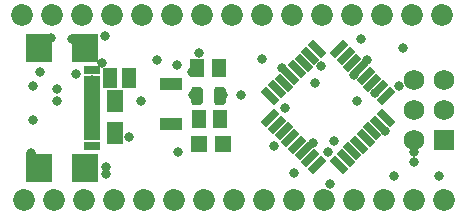
<source format=gts>
G04*
G04 #@! TF.GenerationSoftware,Altium Limited,Altium Designer,20.1.10 (176)*
G04*
G04 Layer_Color=8388736*
%FSLAX25Y25*%
%MOIN*%
G70*
G04*
G04 #@! TF.SameCoordinates,773EA745-F9F6-403D-839C-D9EBE2D74CCE*
G04*
G04*
G04 #@! TF.FilePolarity,Negative*
G04*
G01*
G75*
%ADD25R,0.05118X0.06496*%
G04:AMPARAMS|DCode=26|XSize=27.87mil|YSize=65.87mil|CornerRadius=0mil|HoleSize=0mil|Usage=FLASHONLY|Rotation=225.000|XOffset=0mil|YOffset=0mil|HoleType=Round|Shape=Rectangle|*
%AMROTATEDRECTD26*
4,1,4,-0.01344,0.03315,0.03315,-0.01344,0.01344,-0.03315,-0.03315,0.01344,-0.01344,0.03315,0.0*
%
%ADD26ROTATEDRECTD26*%

G04:AMPARAMS|DCode=27|XSize=27.87mil|YSize=65.87mil|CornerRadius=0mil|HoleSize=0mil|Usage=FLASHONLY|Rotation=315.000|XOffset=0mil|YOffset=0mil|HoleType=Round|Shape=Rectangle|*
%AMROTATEDRECTD27*
4,1,4,-0.03315,-0.01344,0.01344,0.03315,0.03315,0.01344,-0.01344,-0.03315,-0.03315,-0.01344,0.0*
%
%ADD27ROTATEDRECTD27*%

G04:AMPARAMS|DCode=28|XSize=41.73mil|YSize=61.42mil|CornerRadius=12.4mil|HoleSize=0mil|Usage=FLASHONLY|Rotation=180.000|XOffset=0mil|YOffset=0mil|HoleType=Round|Shape=RoundedRectangle|*
%AMROUNDEDRECTD28*
21,1,0.04173,0.03661,0,0,180.0*
21,1,0.01693,0.06142,0,0,180.0*
1,1,0.02480,-0.00847,0.01831*
1,1,0.02480,0.00847,0.01831*
1,1,0.02480,0.00847,-0.01831*
1,1,0.02480,-0.00847,-0.01831*
%
%ADD28ROUNDEDRECTD28*%
%ADD29R,0.07480X0.03937*%
%ADD30R,0.05708X0.07480*%
%ADD31R,0.04803X0.06574*%
%ADD32R,0.05512X0.05512*%
%ADD33R,0.08661X0.09370*%
%ADD34R,0.05315X0.01968*%
%ADD35R,0.05315X0.03150*%
%ADD36C,0.07284*%
%ADD37R,0.06811X0.06811*%
%ADD38C,0.06811*%
%ADD39C,0.03150*%
D25*
X182043Y145000D02*
D03*
X174957D02*
D03*
X175457Y128000D02*
D03*
X182543D02*
D03*
D26*
X199267Y135677D02*
D03*
X201459Y137869D02*
D03*
X203721Y140132D02*
D03*
X205913Y142324D02*
D03*
X208176Y144587D02*
D03*
X210368Y146779D02*
D03*
X212631Y149041D02*
D03*
X214823Y151233D02*
D03*
X237733Y128323D02*
D03*
X235541Y126131D02*
D03*
X233278Y123868D02*
D03*
X231086Y121676D02*
D03*
X228824Y119413D02*
D03*
X226632Y117221D02*
D03*
X224369Y114959D02*
D03*
X222177Y112767D02*
D03*
D27*
Y151233D02*
D03*
X224369Y149041D02*
D03*
X226632Y146779D02*
D03*
X228824Y144587D02*
D03*
X231086Y142324D02*
D03*
X233278Y140132D02*
D03*
X235541Y137869D02*
D03*
X237733Y135677D02*
D03*
X214823Y112767D02*
D03*
X212631Y114959D02*
D03*
X210368Y117221D02*
D03*
X208176Y119413D02*
D03*
X205913Y121676D02*
D03*
X203721Y123868D02*
D03*
X201459Y126131D02*
D03*
X199267Y128323D02*
D03*
D28*
X182500Y135500D02*
D03*
X174823D02*
D03*
D29*
X166000Y126307D02*
D03*
Y139693D02*
D03*
D30*
X147500Y133815D02*
D03*
Y123185D02*
D03*
D31*
X145850Y141500D02*
D03*
X152150D02*
D03*
D32*
X175366Y119500D02*
D03*
X183634D02*
D03*
D33*
X122028Y111500D02*
D03*
Y151736D02*
D03*
X137500Y111500D02*
D03*
Y151736D02*
D03*
D34*
X139764Y130634D02*
D03*
Y132602D02*
D03*
Y128665D02*
D03*
Y134571D02*
D03*
Y126697D02*
D03*
Y136539D02*
D03*
Y124728D02*
D03*
Y138508D02*
D03*
D35*
Y119020D02*
D03*
Y122169D02*
D03*
Y141067D02*
D03*
Y144217D02*
D03*
D36*
X256500Y162500D02*
D03*
X246500D02*
D03*
X236500D02*
D03*
X226500D02*
D03*
X216500D02*
D03*
X206500D02*
D03*
X196500D02*
D03*
X186500D02*
D03*
X176500D02*
D03*
X166500D02*
D03*
X156500D02*
D03*
X146500D02*
D03*
X136500D02*
D03*
X126500D02*
D03*
X116500D02*
D03*
X117000Y101000D02*
D03*
X127000D02*
D03*
X137000D02*
D03*
X147000D02*
D03*
X157000D02*
D03*
X167000D02*
D03*
X177000D02*
D03*
X187000D02*
D03*
X197000D02*
D03*
X207000D02*
D03*
X217000D02*
D03*
X227000D02*
D03*
X237000D02*
D03*
X247000D02*
D03*
X257000D02*
D03*
D37*
Y121000D02*
D03*
D38*
X247000D02*
D03*
X257000Y131000D02*
D03*
X247000D02*
D03*
X257000Y141000D02*
D03*
X247000D02*
D03*
D39*
X231500Y147500D02*
D03*
X168500Y117000D02*
D03*
X119500Y116500D02*
D03*
X120000Y139000D02*
D03*
Y127500D02*
D03*
X128000Y138000D02*
D03*
Y134000D02*
D03*
X168000Y146000D02*
D03*
X173500Y136000D02*
D03*
X152000Y122000D02*
D03*
X156000Y134000D02*
D03*
X134500Y143000D02*
D03*
X173000Y143500D02*
D03*
X175500Y150000D02*
D03*
X182000Y145500D02*
D03*
X161500Y147500D02*
D03*
X144000Y155500D02*
D03*
X146000Y140500D02*
D03*
X139764Y141067D02*
D03*
X126000Y155000D02*
D03*
X143000Y146500D02*
D03*
X133000Y154500D02*
D03*
X144500Y109500D02*
D03*
Y112000D02*
D03*
X122500Y143500D02*
D03*
X228000Y134000D02*
D03*
X216000Y145500D02*
D03*
X213500Y120000D02*
D03*
X182543Y129000D02*
D03*
X183339Y136000D02*
D03*
X229500Y154500D02*
D03*
X234000Y136500D02*
D03*
X242000Y139000D02*
D03*
X247000Y113500D02*
D03*
Y117000D02*
D03*
X227000Y142500D02*
D03*
X243500Y151500D02*
D03*
X255551Y109000D02*
D03*
X240500D02*
D03*
X200500Y119000D02*
D03*
X237500Y124000D02*
D03*
X214000Y140000D02*
D03*
X219305Y106375D02*
D03*
X204000Y131500D02*
D03*
X220500Y120500D02*
D03*
X218500Y117000D02*
D03*
X207000Y110000D02*
D03*
X189500Y136000D02*
D03*
X203250Y145000D02*
D03*
X196500Y148000D02*
D03*
M02*

</source>
